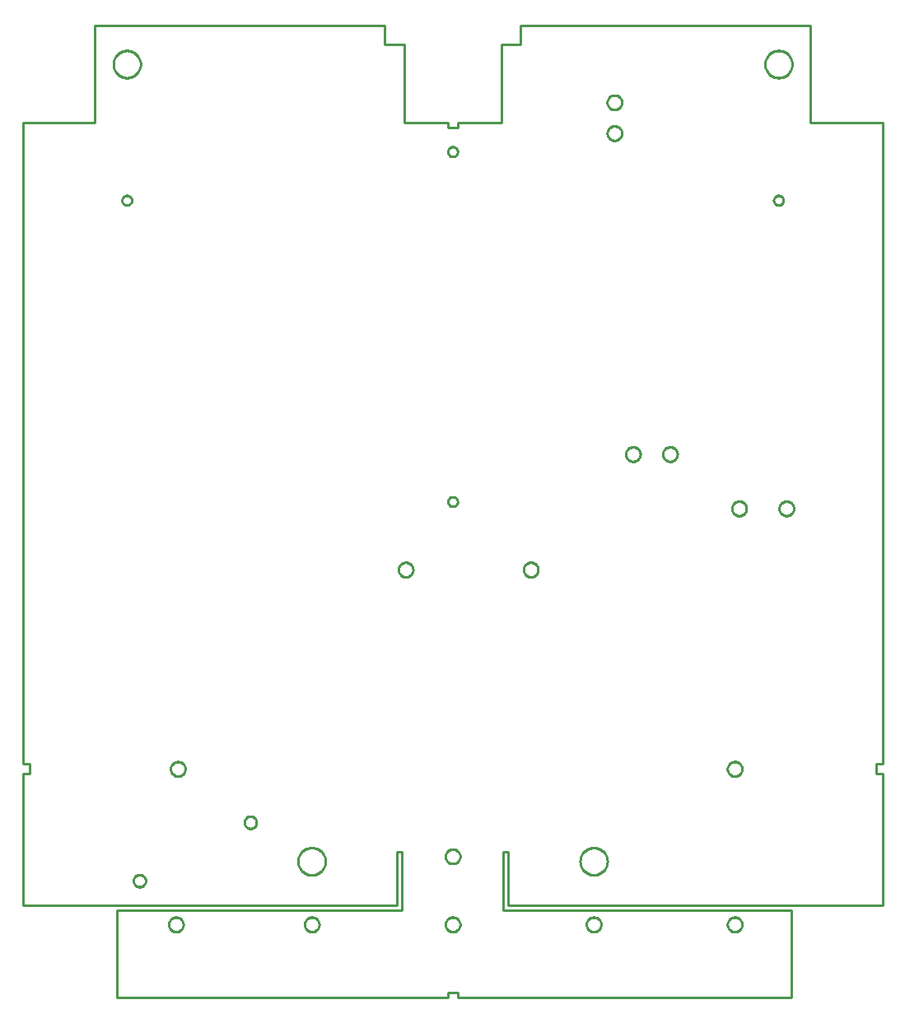
<source format=gbr>
G04 EAGLE Gerber X2 export*
%TF.Part,Single*%
%TF.FileFunction,Profile,NP*%
%TF.FilePolarity,Positive*%
%TF.GenerationSoftware,Autodesk,EAGLE,9.2.2*%
%TF.CreationDate,2019-06-08T20:54:27Z*%
G75*
%MOMM*%
%FSLAX34Y34*%
%LPD*%
%IN*%
%AMOC8*
5,1,8,0,0,1.08239X$1,22.5*%
G01*
%ADD10C,0.254000*%


D10*
X0Y95000D02*
X385000Y95000D01*
X385000Y150000D01*
X390000Y150000D01*
X390000Y90000D01*
X97000Y90000D01*
X97000Y0D01*
X437000Y0D01*
X437000Y5000D01*
X447000Y5000D01*
X447000Y0D01*
X790000Y0D01*
X790000Y90000D01*
X494000Y90000D01*
X494000Y150000D01*
X499000Y150000D01*
X499000Y95000D01*
X884000Y95000D01*
X884000Y230000D01*
X877000Y230000D01*
X877000Y240000D01*
X884000Y240000D01*
X884000Y900000D01*
X810000Y900000D01*
X810000Y1000000D01*
X512000Y1000000D01*
X512000Y980000D01*
X492000Y980000D01*
X492000Y900000D01*
X447000Y900000D01*
X447000Y895000D01*
X437000Y895000D01*
X437000Y900000D01*
X392000Y900000D01*
X392000Y980000D01*
X372000Y980000D01*
X372000Y1000000D01*
X74000Y1000000D01*
X74000Y900000D01*
X0Y900000D01*
X0Y240000D01*
X7000Y240000D01*
X7000Y230000D01*
X0Y230000D01*
X0Y95000D01*
X112000Y820281D02*
X111937Y820839D01*
X111812Y821386D01*
X111627Y821916D01*
X111383Y822422D01*
X111084Y822898D01*
X110734Y823337D01*
X110337Y823734D01*
X109898Y824084D01*
X109422Y824383D01*
X108916Y824627D01*
X108386Y824812D01*
X107839Y824937D01*
X107281Y825000D01*
X106719Y825000D01*
X106161Y824937D01*
X105614Y824812D01*
X105084Y824627D01*
X104578Y824383D01*
X104102Y824084D01*
X103663Y823734D01*
X103266Y823337D01*
X102916Y822898D01*
X102617Y822422D01*
X102373Y821916D01*
X102188Y821386D01*
X102063Y820839D01*
X102000Y820281D01*
X102000Y819719D01*
X102063Y819161D01*
X102188Y818614D01*
X102373Y818084D01*
X102617Y817578D01*
X102916Y817102D01*
X103266Y816663D01*
X103663Y816266D01*
X104102Y815916D01*
X104578Y815617D01*
X105084Y815373D01*
X105614Y815188D01*
X106161Y815063D01*
X106719Y815000D01*
X107281Y815000D01*
X107839Y815063D01*
X108386Y815188D01*
X108916Y815373D01*
X109422Y815617D01*
X109898Y815916D01*
X110337Y816266D01*
X110734Y816663D01*
X111084Y817102D01*
X111383Y817578D01*
X111627Y818084D01*
X111812Y818614D01*
X111937Y819161D01*
X112000Y819719D01*
X112000Y820281D01*
X441719Y515000D02*
X441161Y514937D01*
X440614Y514812D01*
X440084Y514627D01*
X439578Y514383D01*
X439102Y514084D01*
X438663Y513734D01*
X438266Y513337D01*
X437916Y512898D01*
X437617Y512422D01*
X437373Y511916D01*
X437188Y511386D01*
X437063Y510839D01*
X437000Y510281D01*
X437000Y509719D01*
X437063Y509161D01*
X437188Y508614D01*
X437373Y508084D01*
X437617Y507578D01*
X437916Y507102D01*
X438266Y506663D01*
X438663Y506266D01*
X439102Y505916D01*
X439578Y505617D01*
X440084Y505373D01*
X440614Y505188D01*
X441161Y505063D01*
X441719Y505000D01*
X442281Y505000D01*
X442839Y505063D01*
X443386Y505188D01*
X443916Y505373D01*
X444422Y505617D01*
X444898Y505916D01*
X445337Y506266D01*
X445734Y506663D01*
X446084Y507102D01*
X446383Y507578D01*
X446627Y508084D01*
X446812Y508614D01*
X446937Y509161D01*
X447000Y509719D01*
X447000Y510281D01*
X446937Y510839D01*
X446812Y511386D01*
X446627Y511916D01*
X446383Y512422D01*
X446084Y512898D01*
X445734Y513337D01*
X445337Y513734D01*
X444898Y514084D01*
X444422Y514383D01*
X443916Y514627D01*
X443386Y514812D01*
X442839Y514937D01*
X442281Y515000D01*
X441719Y515000D01*
X772000Y819719D02*
X772063Y819161D01*
X772188Y818614D01*
X772373Y818084D01*
X772617Y817578D01*
X772916Y817102D01*
X773266Y816663D01*
X773663Y816266D01*
X774102Y815916D01*
X774578Y815617D01*
X775084Y815373D01*
X775614Y815188D01*
X776161Y815063D01*
X776719Y815000D01*
X777281Y815000D01*
X777839Y815063D01*
X778386Y815188D01*
X778916Y815373D01*
X779422Y815617D01*
X779898Y815916D01*
X780337Y816266D01*
X780734Y816663D01*
X781084Y817102D01*
X781383Y817578D01*
X781627Y818084D01*
X781812Y818614D01*
X781937Y819161D01*
X782000Y819719D01*
X782000Y820281D01*
X781937Y820839D01*
X781812Y821386D01*
X781627Y821916D01*
X781383Y822422D01*
X781084Y822898D01*
X780734Y823337D01*
X780337Y823734D01*
X779898Y824084D01*
X779422Y824383D01*
X778916Y824627D01*
X778386Y824812D01*
X777839Y824937D01*
X777281Y825000D01*
X776719Y825000D01*
X776161Y824937D01*
X775614Y824812D01*
X775084Y824627D01*
X774578Y824383D01*
X774102Y824084D01*
X773663Y823734D01*
X773266Y823337D01*
X772916Y822898D01*
X772617Y822422D01*
X772373Y821916D01*
X772188Y821386D01*
X772063Y820839D01*
X772000Y820281D01*
X772000Y819719D01*
X442281Y865000D02*
X442839Y865063D01*
X443386Y865188D01*
X443916Y865373D01*
X444422Y865617D01*
X444898Y865916D01*
X445337Y866266D01*
X445734Y866663D01*
X446084Y867102D01*
X446383Y867578D01*
X446627Y868084D01*
X446812Y868614D01*
X446937Y869161D01*
X447000Y869719D01*
X447000Y870281D01*
X446937Y870839D01*
X446812Y871386D01*
X446627Y871916D01*
X446383Y872422D01*
X446084Y872898D01*
X445734Y873337D01*
X445337Y873734D01*
X444898Y874084D01*
X444422Y874383D01*
X443916Y874627D01*
X443386Y874812D01*
X442839Y874937D01*
X442281Y875000D01*
X441719Y875000D01*
X441161Y874937D01*
X440614Y874812D01*
X440084Y874627D01*
X439578Y874383D01*
X439102Y874084D01*
X438663Y873734D01*
X438266Y873337D01*
X437916Y872898D01*
X437617Y872422D01*
X437373Y871916D01*
X437188Y871386D01*
X437063Y870839D01*
X437000Y870281D01*
X437000Y869719D01*
X437063Y869161D01*
X437188Y868614D01*
X437373Y868084D01*
X437617Y867578D01*
X437916Y867102D01*
X438266Y866663D01*
X438663Y866266D01*
X439102Y865916D01*
X439578Y865617D01*
X440084Y865373D01*
X440614Y865188D01*
X441161Y865063D01*
X441719Y865000D01*
X442281Y865000D01*
X126250Y119649D02*
X126171Y118951D01*
X126015Y118267D01*
X125783Y117604D01*
X125479Y116972D01*
X125105Y116378D01*
X124668Y115829D01*
X124171Y115332D01*
X123622Y114895D01*
X123028Y114521D01*
X122396Y114217D01*
X121733Y113985D01*
X121049Y113829D01*
X120351Y113750D01*
X119649Y113750D01*
X118951Y113829D01*
X118267Y113985D01*
X117604Y114217D01*
X116972Y114521D01*
X116378Y114895D01*
X115829Y115332D01*
X115332Y115829D01*
X114895Y116378D01*
X114521Y116972D01*
X114217Y117604D01*
X113985Y118267D01*
X113829Y118951D01*
X113750Y119649D01*
X113750Y120351D01*
X113829Y121049D01*
X113985Y121733D01*
X114217Y122396D01*
X114521Y123028D01*
X114895Y123622D01*
X115332Y124171D01*
X115829Y124668D01*
X116378Y125105D01*
X116972Y125479D01*
X117604Y125783D01*
X118267Y126015D01*
X118951Y126171D01*
X119649Y126250D01*
X120351Y126250D01*
X121049Y126171D01*
X121733Y126015D01*
X122396Y125783D01*
X123028Y125479D01*
X123622Y125105D01*
X124171Y124668D01*
X124668Y124171D01*
X125105Y123622D01*
X125479Y123028D01*
X125783Y122396D01*
X126015Y121733D01*
X126171Y121049D01*
X126250Y120351D01*
X126250Y119649D01*
X240250Y179649D02*
X240171Y178951D01*
X240015Y178267D01*
X239783Y177604D01*
X239479Y176972D01*
X239105Y176378D01*
X238668Y175829D01*
X238171Y175332D01*
X237622Y174895D01*
X237028Y174521D01*
X236396Y174217D01*
X235733Y173985D01*
X235049Y173829D01*
X234351Y173750D01*
X233649Y173750D01*
X232951Y173829D01*
X232267Y173985D01*
X231604Y174217D01*
X230972Y174521D01*
X230378Y174895D01*
X229829Y175332D01*
X229332Y175829D01*
X228895Y176378D01*
X228521Y176972D01*
X228217Y177604D01*
X227985Y178267D01*
X227829Y178951D01*
X227750Y179649D01*
X227750Y180351D01*
X227829Y181049D01*
X227985Y181733D01*
X228217Y182396D01*
X228521Y183028D01*
X228895Y183622D01*
X229332Y184171D01*
X229829Y184668D01*
X230378Y185105D01*
X230972Y185479D01*
X231604Y185783D01*
X232267Y186015D01*
X232951Y186171D01*
X233649Y186250D01*
X234351Y186250D01*
X235049Y186171D01*
X235733Y186015D01*
X236396Y185783D01*
X237028Y185479D01*
X237622Y185105D01*
X238171Y184668D01*
X238668Y184171D01*
X239105Y183622D01*
X239479Y183028D01*
X239783Y182396D01*
X240015Y181733D01*
X240171Y181049D01*
X240250Y180351D01*
X240250Y179649D01*
X121000Y959500D02*
X120929Y958503D01*
X120786Y957513D01*
X120574Y956536D01*
X120292Y955576D01*
X119943Y954639D01*
X119527Y953729D01*
X119048Y952852D01*
X118507Y952010D01*
X117908Y951210D01*
X117253Y950454D01*
X116546Y949747D01*
X115790Y949092D01*
X114990Y948493D01*
X114148Y947952D01*
X113271Y947473D01*
X112361Y947057D01*
X111424Y946708D01*
X110465Y946426D01*
X109487Y946214D01*
X108498Y946071D01*
X107500Y946000D01*
X106500Y946000D01*
X105503Y946071D01*
X104513Y946214D01*
X103536Y946426D01*
X102576Y946708D01*
X101639Y947057D01*
X100729Y947473D01*
X99852Y947952D01*
X99010Y948493D01*
X98210Y949092D01*
X97454Y949747D01*
X96747Y950454D01*
X96092Y951210D01*
X95493Y952010D01*
X94952Y952852D01*
X94473Y953729D01*
X94057Y954639D01*
X93708Y955576D01*
X93426Y956536D01*
X93214Y957513D01*
X93071Y958503D01*
X93000Y959500D01*
X93000Y960500D01*
X93071Y961498D01*
X93214Y962487D01*
X93426Y963465D01*
X93708Y964424D01*
X94057Y965361D01*
X94473Y966271D01*
X94952Y967148D01*
X95493Y967990D01*
X96092Y968790D01*
X96747Y969546D01*
X97454Y970253D01*
X98210Y970908D01*
X99010Y971507D01*
X99852Y972048D01*
X100729Y972527D01*
X101639Y972943D01*
X102576Y973292D01*
X103536Y973574D01*
X104513Y973786D01*
X105503Y973929D01*
X106500Y974000D01*
X107500Y974000D01*
X108498Y973929D01*
X109487Y973786D01*
X110465Y973574D01*
X111424Y973292D01*
X112361Y972943D01*
X113271Y972527D01*
X114148Y972048D01*
X114990Y971507D01*
X115790Y970908D01*
X116546Y970253D01*
X117253Y969546D01*
X117908Y968790D01*
X118507Y967990D01*
X119048Y967148D01*
X119527Y966271D01*
X119943Y965361D01*
X120292Y964424D01*
X120574Y963465D01*
X120786Y962487D01*
X120929Y961498D01*
X121000Y960500D01*
X121000Y959500D01*
X791000Y959500D02*
X790929Y958503D01*
X790786Y957513D01*
X790574Y956536D01*
X790292Y955576D01*
X789943Y954639D01*
X789527Y953729D01*
X789048Y952852D01*
X788507Y952010D01*
X787908Y951210D01*
X787253Y950454D01*
X786546Y949747D01*
X785790Y949092D01*
X784990Y948493D01*
X784148Y947952D01*
X783271Y947473D01*
X782361Y947057D01*
X781424Y946708D01*
X780465Y946426D01*
X779487Y946214D01*
X778498Y946071D01*
X777500Y946000D01*
X776500Y946000D01*
X775503Y946071D01*
X774513Y946214D01*
X773536Y946426D01*
X772576Y946708D01*
X771639Y947057D01*
X770729Y947473D01*
X769852Y947952D01*
X769010Y948493D01*
X768210Y949092D01*
X767454Y949747D01*
X766747Y950454D01*
X766092Y951210D01*
X765493Y952010D01*
X764952Y952852D01*
X764473Y953729D01*
X764057Y954639D01*
X763708Y955576D01*
X763426Y956536D01*
X763214Y957513D01*
X763071Y958503D01*
X763000Y959500D01*
X763000Y960500D01*
X763071Y961498D01*
X763214Y962487D01*
X763426Y963465D01*
X763708Y964424D01*
X764057Y965361D01*
X764473Y966271D01*
X764952Y967148D01*
X765493Y967990D01*
X766092Y968790D01*
X766747Y969546D01*
X767454Y970253D01*
X768210Y970908D01*
X769010Y971507D01*
X769852Y972048D01*
X770729Y972527D01*
X771639Y972943D01*
X772576Y973292D01*
X773536Y973574D01*
X774513Y973786D01*
X775503Y973929D01*
X776500Y974000D01*
X777500Y974000D01*
X778498Y973929D01*
X779487Y973786D01*
X780465Y973574D01*
X781424Y973292D01*
X782361Y972943D01*
X783271Y972527D01*
X784148Y972048D01*
X784990Y971507D01*
X785790Y970908D01*
X786546Y970253D01*
X787253Y969546D01*
X787908Y968790D01*
X788507Y967990D01*
X789048Y967148D01*
X789527Y966271D01*
X789943Y965361D01*
X790292Y964424D01*
X790574Y963465D01*
X790786Y962487D01*
X790929Y961498D01*
X791000Y960500D01*
X791000Y959500D01*
X311000Y139500D02*
X310929Y138503D01*
X310786Y137513D01*
X310574Y136536D01*
X310292Y135576D01*
X309943Y134639D01*
X309527Y133729D01*
X309048Y132852D01*
X308507Y132010D01*
X307908Y131210D01*
X307253Y130454D01*
X306546Y129747D01*
X305790Y129092D01*
X304990Y128493D01*
X304148Y127952D01*
X303271Y127473D01*
X302361Y127057D01*
X301424Y126708D01*
X300465Y126426D01*
X299487Y126214D01*
X298498Y126071D01*
X297500Y126000D01*
X296500Y126000D01*
X295503Y126071D01*
X294513Y126214D01*
X293536Y126426D01*
X292576Y126708D01*
X291639Y127057D01*
X290729Y127473D01*
X289852Y127952D01*
X289010Y128493D01*
X288210Y129092D01*
X287454Y129747D01*
X286747Y130454D01*
X286092Y131210D01*
X285493Y132010D01*
X284952Y132852D01*
X284473Y133729D01*
X284057Y134639D01*
X283708Y135576D01*
X283426Y136536D01*
X283214Y137513D01*
X283071Y138503D01*
X283000Y139500D01*
X283000Y140500D01*
X283071Y141498D01*
X283214Y142487D01*
X283426Y143465D01*
X283708Y144424D01*
X284057Y145361D01*
X284473Y146271D01*
X284952Y147148D01*
X285493Y147990D01*
X286092Y148790D01*
X286747Y149546D01*
X287454Y150253D01*
X288210Y150908D01*
X289010Y151507D01*
X289852Y152048D01*
X290729Y152527D01*
X291639Y152943D01*
X292576Y153292D01*
X293536Y153574D01*
X294513Y153786D01*
X295503Y153929D01*
X296500Y154000D01*
X297500Y154000D01*
X298498Y153929D01*
X299487Y153786D01*
X300465Y153574D01*
X301424Y153292D01*
X302361Y152943D01*
X303271Y152527D01*
X304148Y152048D01*
X304990Y151507D01*
X305790Y150908D01*
X306546Y150253D01*
X307253Y149546D01*
X307908Y148790D01*
X308507Y147990D01*
X309048Y147148D01*
X309527Y146271D01*
X309943Y145361D01*
X310292Y144424D01*
X310574Y143465D01*
X310786Y142487D01*
X310929Y141498D01*
X311000Y140500D01*
X311000Y139500D01*
X601000Y139500D02*
X600929Y138503D01*
X600786Y137513D01*
X600574Y136536D01*
X600292Y135576D01*
X599943Y134639D01*
X599527Y133729D01*
X599048Y132852D01*
X598507Y132010D01*
X597908Y131210D01*
X597253Y130454D01*
X596546Y129747D01*
X595790Y129092D01*
X594990Y128493D01*
X594148Y127952D01*
X593271Y127473D01*
X592361Y127057D01*
X591424Y126708D01*
X590465Y126426D01*
X589487Y126214D01*
X588498Y126071D01*
X587500Y126000D01*
X586500Y126000D01*
X585503Y126071D01*
X584513Y126214D01*
X583536Y126426D01*
X582576Y126708D01*
X581639Y127057D01*
X580729Y127473D01*
X579852Y127952D01*
X579010Y128493D01*
X578210Y129092D01*
X577454Y129747D01*
X576747Y130454D01*
X576092Y131210D01*
X575493Y132010D01*
X574952Y132852D01*
X574473Y133729D01*
X574057Y134639D01*
X573708Y135576D01*
X573426Y136536D01*
X573214Y137513D01*
X573071Y138503D01*
X573000Y139500D01*
X573000Y140500D01*
X573071Y141498D01*
X573214Y142487D01*
X573426Y143465D01*
X573708Y144424D01*
X574057Y145361D01*
X574473Y146271D01*
X574952Y147148D01*
X575493Y147990D01*
X576092Y148790D01*
X576747Y149546D01*
X577454Y150253D01*
X578210Y150908D01*
X579010Y151507D01*
X579852Y152048D01*
X580729Y152527D01*
X581639Y152943D01*
X582576Y153292D01*
X583536Y153574D01*
X584513Y153786D01*
X585503Y153929D01*
X586500Y154000D01*
X587500Y154000D01*
X588498Y153929D01*
X589487Y153786D01*
X590465Y153574D01*
X591424Y153292D01*
X592361Y152943D01*
X593271Y152527D01*
X594148Y152048D01*
X594990Y151507D01*
X595790Y150908D01*
X596546Y150253D01*
X597253Y149546D01*
X597908Y148790D01*
X598507Y147990D01*
X599048Y147148D01*
X599527Y146271D01*
X599943Y145361D01*
X600292Y144424D01*
X600574Y143465D01*
X600786Y142487D01*
X600929Y141498D01*
X601000Y140500D01*
X601000Y139500D01*
X615850Y888632D02*
X615778Y887898D01*
X615634Y887175D01*
X615420Y886470D01*
X615138Y885789D01*
X614791Y885140D01*
X614381Y884527D01*
X613914Y883957D01*
X613393Y883436D01*
X612823Y882969D01*
X612210Y882559D01*
X611561Y882212D01*
X610880Y881930D01*
X610175Y881716D01*
X609452Y881572D01*
X608718Y881500D01*
X607982Y881500D01*
X607248Y881572D01*
X606525Y881716D01*
X605820Y881930D01*
X605139Y882212D01*
X604490Y882559D01*
X603877Y882969D01*
X603307Y883436D01*
X602786Y883957D01*
X602319Y884527D01*
X601909Y885140D01*
X601562Y885789D01*
X601280Y886470D01*
X601066Y887175D01*
X600922Y887898D01*
X600850Y888632D01*
X600850Y889368D01*
X600922Y890102D01*
X601066Y890825D01*
X601280Y891530D01*
X601562Y892211D01*
X601909Y892860D01*
X602319Y893473D01*
X602786Y894043D01*
X603307Y894564D01*
X603877Y895031D01*
X604490Y895441D01*
X605139Y895788D01*
X605820Y896070D01*
X606525Y896284D01*
X607248Y896428D01*
X607982Y896500D01*
X608718Y896500D01*
X609452Y896428D01*
X610175Y896284D01*
X610880Y896070D01*
X611561Y895788D01*
X612210Y895441D01*
X612823Y895031D01*
X613393Y894564D01*
X613914Y894043D01*
X614381Y893473D01*
X614791Y892860D01*
X615138Y892211D01*
X615420Y891530D01*
X615634Y890825D01*
X615778Y890102D01*
X615850Y889368D01*
X615850Y888632D01*
X615850Y920382D02*
X615778Y919648D01*
X615634Y918925D01*
X615420Y918220D01*
X615138Y917539D01*
X614791Y916890D01*
X614381Y916277D01*
X613914Y915707D01*
X613393Y915186D01*
X612823Y914719D01*
X612210Y914309D01*
X611561Y913962D01*
X610880Y913680D01*
X610175Y913466D01*
X609452Y913322D01*
X608718Y913250D01*
X607982Y913250D01*
X607248Y913322D01*
X606525Y913466D01*
X605820Y913680D01*
X605139Y913962D01*
X604490Y914309D01*
X603877Y914719D01*
X603307Y915186D01*
X602786Y915707D01*
X602319Y916277D01*
X601909Y916890D01*
X601562Y917539D01*
X601280Y918220D01*
X601066Y918925D01*
X600922Y919648D01*
X600850Y920382D01*
X600850Y921118D01*
X600922Y921852D01*
X601066Y922575D01*
X601280Y923280D01*
X601562Y923961D01*
X601909Y924610D01*
X602319Y925223D01*
X602786Y925793D01*
X603307Y926314D01*
X603877Y926781D01*
X604490Y927191D01*
X605139Y927538D01*
X605820Y927820D01*
X606525Y928034D01*
X607248Y928178D01*
X607982Y928250D01*
X608718Y928250D01*
X609452Y928178D01*
X610175Y928034D01*
X610880Y927820D01*
X611561Y927538D01*
X612210Y927191D01*
X612823Y926781D01*
X613393Y926314D01*
X613914Y925793D01*
X614381Y925223D01*
X614791Y924610D01*
X615138Y923961D01*
X615420Y923280D01*
X615634Y922575D01*
X615778Y921852D01*
X615850Y921118D01*
X615850Y920382D01*
X634900Y558432D02*
X634828Y557698D01*
X634684Y556975D01*
X634470Y556270D01*
X634188Y555589D01*
X633841Y554940D01*
X633431Y554327D01*
X632964Y553757D01*
X632443Y553236D01*
X631873Y552769D01*
X631260Y552359D01*
X630611Y552012D01*
X629930Y551730D01*
X629225Y551516D01*
X628502Y551372D01*
X627768Y551300D01*
X627032Y551300D01*
X626298Y551372D01*
X625575Y551516D01*
X624870Y551730D01*
X624189Y552012D01*
X623540Y552359D01*
X622927Y552769D01*
X622357Y553236D01*
X621836Y553757D01*
X621369Y554327D01*
X620959Y554940D01*
X620612Y555589D01*
X620330Y556270D01*
X620116Y556975D01*
X619972Y557698D01*
X619900Y558432D01*
X619900Y559168D01*
X619972Y559902D01*
X620116Y560625D01*
X620330Y561330D01*
X620612Y562011D01*
X620959Y562660D01*
X621369Y563273D01*
X621836Y563843D01*
X622357Y564364D01*
X622927Y564831D01*
X623540Y565241D01*
X624189Y565588D01*
X624870Y565870D01*
X625575Y566084D01*
X626298Y566228D01*
X627032Y566300D01*
X627768Y566300D01*
X628502Y566228D01*
X629225Y566084D01*
X629930Y565870D01*
X630611Y565588D01*
X631260Y565241D01*
X631873Y564831D01*
X632443Y564364D01*
X632964Y563843D01*
X633431Y563273D01*
X633841Y562660D01*
X634188Y562011D01*
X634470Y561330D01*
X634684Y560625D01*
X634828Y559902D01*
X634900Y559168D01*
X634900Y558432D01*
X673000Y558432D02*
X672928Y557698D01*
X672784Y556975D01*
X672570Y556270D01*
X672288Y555589D01*
X671941Y554940D01*
X671531Y554327D01*
X671064Y553757D01*
X670543Y553236D01*
X669973Y552769D01*
X669360Y552359D01*
X668711Y552012D01*
X668030Y551730D01*
X667325Y551516D01*
X666602Y551372D01*
X665868Y551300D01*
X665132Y551300D01*
X664398Y551372D01*
X663675Y551516D01*
X662970Y551730D01*
X662289Y552012D01*
X661640Y552359D01*
X661027Y552769D01*
X660457Y553236D01*
X659936Y553757D01*
X659469Y554327D01*
X659059Y554940D01*
X658712Y555589D01*
X658430Y556270D01*
X658216Y556975D01*
X658072Y557698D01*
X658000Y558432D01*
X658000Y559168D01*
X658072Y559902D01*
X658216Y560625D01*
X658430Y561330D01*
X658712Y562011D01*
X659059Y562660D01*
X659469Y563273D01*
X659936Y563843D01*
X660457Y564364D01*
X661027Y564831D01*
X661640Y565241D01*
X662289Y565588D01*
X662970Y565870D01*
X663675Y566084D01*
X664398Y566228D01*
X665132Y566300D01*
X665868Y566300D01*
X666602Y566228D01*
X667325Y566084D01*
X668030Y565870D01*
X668711Y565588D01*
X669360Y565241D01*
X669973Y564831D01*
X670543Y564364D01*
X671064Y563843D01*
X671531Y563273D01*
X671941Y562660D01*
X672288Y562011D01*
X672570Y561330D01*
X672784Y560625D01*
X672928Y559902D01*
X673000Y559168D01*
X673000Y558432D01*
X792683Y502567D02*
X792610Y501834D01*
X792467Y501111D01*
X792253Y500406D01*
X791971Y499725D01*
X791623Y499075D01*
X791214Y498463D01*
X790746Y497893D01*
X790225Y497372D01*
X789656Y496905D01*
X789043Y496495D01*
X788393Y496148D01*
X787712Y495866D01*
X787007Y495652D01*
X786284Y495508D01*
X785551Y495436D01*
X784814Y495436D01*
X784081Y495508D01*
X783358Y495652D01*
X782653Y495866D01*
X781972Y496148D01*
X781322Y496495D01*
X780710Y496905D01*
X780140Y497372D01*
X779619Y497893D01*
X779151Y498463D01*
X778742Y499075D01*
X778395Y499725D01*
X778113Y500406D01*
X777899Y501111D01*
X777755Y501834D01*
X777683Y502567D01*
X777683Y503304D01*
X777755Y504038D01*
X777899Y504760D01*
X778113Y505466D01*
X778395Y506146D01*
X778742Y506796D01*
X779151Y507409D01*
X779619Y507979D01*
X780140Y508500D01*
X780710Y508967D01*
X781322Y509377D01*
X781972Y509724D01*
X782653Y510006D01*
X783358Y510220D01*
X784081Y510364D01*
X784814Y510436D01*
X785551Y510436D01*
X786284Y510364D01*
X787007Y510220D01*
X787712Y510006D01*
X788393Y509724D01*
X789043Y509377D01*
X789656Y508967D01*
X790225Y508500D01*
X790746Y507979D01*
X791214Y507409D01*
X791623Y506796D01*
X791971Y506146D01*
X792253Y505466D01*
X792467Y504760D01*
X792610Y504038D01*
X792683Y503304D01*
X792683Y502567D01*
X744012Y502567D02*
X743940Y501834D01*
X743796Y501111D01*
X743582Y500406D01*
X743300Y499725D01*
X742953Y499075D01*
X742544Y498463D01*
X742076Y497893D01*
X741555Y497372D01*
X740986Y496905D01*
X740373Y496495D01*
X739723Y496148D01*
X739042Y495866D01*
X738337Y495652D01*
X737614Y495508D01*
X736881Y495436D01*
X736144Y495436D01*
X735411Y495508D01*
X734688Y495652D01*
X733983Y495866D01*
X733302Y496148D01*
X732652Y496495D01*
X732039Y496905D01*
X731470Y497372D01*
X730949Y497893D01*
X730481Y498463D01*
X730072Y499075D01*
X729724Y499725D01*
X729442Y500406D01*
X729228Y501111D01*
X729085Y501834D01*
X729012Y502567D01*
X729012Y503304D01*
X729085Y504038D01*
X729228Y504760D01*
X729442Y505466D01*
X729724Y506146D01*
X730072Y506796D01*
X730481Y507409D01*
X730949Y507979D01*
X731470Y508500D01*
X732039Y508967D01*
X732652Y509377D01*
X733302Y509724D01*
X733983Y510006D01*
X734688Y510220D01*
X735411Y510364D01*
X736144Y510436D01*
X736881Y510436D01*
X737614Y510364D01*
X738337Y510220D01*
X739042Y510006D01*
X739723Y509724D01*
X740373Y509377D01*
X740986Y508967D01*
X741555Y508500D01*
X742076Y507979D01*
X742544Y507409D01*
X742953Y506796D01*
X743300Y506146D01*
X743582Y505466D01*
X743796Y504760D01*
X743940Y504038D01*
X744012Y503304D01*
X744012Y502567D01*
X401196Y439633D02*
X401124Y438900D01*
X400980Y438177D01*
X400766Y437472D01*
X400484Y436791D01*
X400136Y436141D01*
X399727Y435529D01*
X399260Y434959D01*
X398739Y434438D01*
X398169Y433970D01*
X397556Y433561D01*
X396906Y433214D01*
X396225Y432932D01*
X395520Y432718D01*
X394798Y432574D01*
X394064Y432502D01*
X393327Y432502D01*
X392594Y432574D01*
X391871Y432718D01*
X391166Y432932D01*
X390485Y433214D01*
X389835Y433561D01*
X389223Y433970D01*
X388653Y434438D01*
X388132Y434959D01*
X387664Y435529D01*
X387255Y436141D01*
X386908Y436791D01*
X386626Y437472D01*
X386412Y438177D01*
X386268Y438900D01*
X386196Y439633D01*
X386196Y440370D01*
X386268Y441104D01*
X386412Y441826D01*
X386626Y442531D01*
X386908Y443212D01*
X387255Y443862D01*
X387664Y444475D01*
X388132Y445045D01*
X388653Y445566D01*
X389223Y446033D01*
X389835Y446442D01*
X390485Y446790D01*
X391166Y447072D01*
X391871Y447286D01*
X392594Y447430D01*
X393327Y447502D01*
X394064Y447502D01*
X394798Y447430D01*
X395520Y447286D01*
X396225Y447072D01*
X396906Y446790D01*
X397556Y446442D01*
X398169Y446033D01*
X398739Y445566D01*
X399260Y445045D01*
X399727Y444475D01*
X400136Y443862D01*
X400484Y443212D01*
X400766Y442531D01*
X400980Y441826D01*
X401124Y441104D01*
X401196Y440370D01*
X401196Y439633D01*
X529815Y439633D02*
X529743Y438900D01*
X529599Y438177D01*
X529385Y437472D01*
X529103Y436791D01*
X528756Y436141D01*
X528346Y435529D01*
X527879Y434959D01*
X527358Y434438D01*
X526788Y433970D01*
X526175Y433561D01*
X525525Y433214D01*
X524845Y432932D01*
X524139Y432718D01*
X523417Y432574D01*
X522683Y432502D01*
X521946Y432502D01*
X521213Y432574D01*
X520490Y432718D01*
X519785Y432932D01*
X519104Y433214D01*
X518455Y433561D01*
X517842Y433970D01*
X517272Y434438D01*
X516751Y434959D01*
X516284Y435529D01*
X515874Y436141D01*
X515527Y436791D01*
X515245Y437472D01*
X515031Y438177D01*
X514887Y438900D01*
X514815Y439633D01*
X514815Y440370D01*
X514887Y441104D01*
X515031Y441826D01*
X515245Y442531D01*
X515527Y443212D01*
X515874Y443862D01*
X516284Y444475D01*
X516751Y445045D01*
X517272Y445566D01*
X517842Y446033D01*
X518455Y446442D01*
X519104Y446790D01*
X519785Y447072D01*
X520490Y447286D01*
X521213Y447430D01*
X521946Y447502D01*
X522683Y447502D01*
X523417Y447430D01*
X524139Y447286D01*
X524845Y447072D01*
X525525Y446790D01*
X526175Y446442D01*
X526788Y446033D01*
X527358Y445566D01*
X527879Y445045D01*
X528346Y444475D01*
X528756Y443862D01*
X529103Y443212D01*
X529385Y442531D01*
X529599Y441826D01*
X529743Y441104D01*
X529815Y440370D01*
X529815Y439633D01*
X165000Y74632D02*
X164928Y73898D01*
X164784Y73175D01*
X164570Y72470D01*
X164288Y71789D01*
X163941Y71140D01*
X163531Y70527D01*
X163064Y69957D01*
X162543Y69436D01*
X161973Y68969D01*
X161360Y68559D01*
X160711Y68212D01*
X160030Y67930D01*
X159325Y67716D01*
X158602Y67572D01*
X157868Y67500D01*
X157132Y67500D01*
X156398Y67572D01*
X155675Y67716D01*
X154970Y67930D01*
X154289Y68212D01*
X153640Y68559D01*
X153027Y68969D01*
X152457Y69436D01*
X151936Y69957D01*
X151469Y70527D01*
X151059Y71140D01*
X150712Y71789D01*
X150430Y72470D01*
X150216Y73175D01*
X150072Y73898D01*
X150000Y74632D01*
X150000Y75368D01*
X150072Y76102D01*
X150216Y76825D01*
X150430Y77530D01*
X150712Y78211D01*
X151059Y78860D01*
X151469Y79473D01*
X151936Y80043D01*
X152457Y80564D01*
X153027Y81031D01*
X153640Y81441D01*
X154289Y81788D01*
X154970Y82070D01*
X155675Y82284D01*
X156398Y82428D01*
X157132Y82500D01*
X157868Y82500D01*
X158602Y82428D01*
X159325Y82284D01*
X160030Y82070D01*
X160711Y81788D01*
X161360Y81441D01*
X161973Y81031D01*
X162543Y80564D01*
X163064Y80043D01*
X163531Y79473D01*
X163941Y78860D01*
X164288Y78211D01*
X164570Y77530D01*
X164784Y76825D01*
X164928Y76102D01*
X165000Y75368D01*
X165000Y74632D01*
X304700Y74632D02*
X304628Y73898D01*
X304484Y73175D01*
X304270Y72470D01*
X303988Y71789D01*
X303641Y71140D01*
X303231Y70527D01*
X302764Y69957D01*
X302243Y69436D01*
X301673Y68969D01*
X301060Y68559D01*
X300411Y68212D01*
X299730Y67930D01*
X299025Y67716D01*
X298302Y67572D01*
X297568Y67500D01*
X296832Y67500D01*
X296098Y67572D01*
X295375Y67716D01*
X294670Y67930D01*
X293989Y68212D01*
X293340Y68559D01*
X292727Y68969D01*
X292157Y69436D01*
X291636Y69957D01*
X291169Y70527D01*
X290759Y71140D01*
X290412Y71789D01*
X290130Y72470D01*
X289916Y73175D01*
X289772Y73898D01*
X289700Y74632D01*
X289700Y75368D01*
X289772Y76102D01*
X289916Y76825D01*
X290130Y77530D01*
X290412Y78211D01*
X290759Y78860D01*
X291169Y79473D01*
X291636Y80043D01*
X292157Y80564D01*
X292727Y81031D01*
X293340Y81441D01*
X293989Y81788D01*
X294670Y82070D01*
X295375Y82284D01*
X296098Y82428D01*
X296832Y82500D01*
X297568Y82500D01*
X298302Y82428D01*
X299025Y82284D01*
X299730Y82070D01*
X300411Y81788D01*
X301060Y81441D01*
X301673Y81031D01*
X302243Y80564D01*
X302764Y80043D01*
X303231Y79473D01*
X303641Y78860D01*
X303988Y78211D01*
X304270Y77530D01*
X304484Y76825D01*
X304628Y76102D01*
X304700Y75368D01*
X304700Y74632D01*
X594500Y74632D02*
X594428Y73898D01*
X594284Y73175D01*
X594070Y72470D01*
X593788Y71789D01*
X593441Y71140D01*
X593031Y70527D01*
X592564Y69957D01*
X592043Y69436D01*
X591473Y68969D01*
X590860Y68559D01*
X590211Y68212D01*
X589530Y67930D01*
X588825Y67716D01*
X588102Y67572D01*
X587368Y67500D01*
X586632Y67500D01*
X585898Y67572D01*
X585175Y67716D01*
X584470Y67930D01*
X583789Y68212D01*
X583140Y68559D01*
X582527Y68969D01*
X581957Y69436D01*
X581436Y69957D01*
X580969Y70527D01*
X580559Y71140D01*
X580212Y71789D01*
X579930Y72470D01*
X579716Y73175D01*
X579572Y73898D01*
X579500Y74632D01*
X579500Y75368D01*
X579572Y76102D01*
X579716Y76825D01*
X579930Y77530D01*
X580212Y78211D01*
X580559Y78860D01*
X580969Y79473D01*
X581436Y80043D01*
X581957Y80564D01*
X582527Y81031D01*
X583140Y81441D01*
X583789Y81788D01*
X584470Y82070D01*
X585175Y82284D01*
X585898Y82428D01*
X586632Y82500D01*
X587368Y82500D01*
X588102Y82428D01*
X588825Y82284D01*
X589530Y82070D01*
X590211Y81788D01*
X590860Y81441D01*
X591473Y81031D01*
X592043Y80564D01*
X592564Y80043D01*
X593031Y79473D01*
X593441Y78860D01*
X593788Y78211D01*
X594070Y77530D01*
X594284Y76825D01*
X594428Y76102D01*
X594500Y75368D01*
X594500Y74632D01*
X739500Y74632D02*
X739428Y73898D01*
X739284Y73175D01*
X739070Y72470D01*
X738788Y71789D01*
X738441Y71140D01*
X738031Y70527D01*
X737564Y69957D01*
X737043Y69436D01*
X736473Y68969D01*
X735860Y68559D01*
X735211Y68212D01*
X734530Y67930D01*
X733825Y67716D01*
X733102Y67572D01*
X732368Y67500D01*
X731632Y67500D01*
X730898Y67572D01*
X730175Y67716D01*
X729470Y67930D01*
X728789Y68212D01*
X728140Y68559D01*
X727527Y68969D01*
X726957Y69436D01*
X726436Y69957D01*
X725969Y70527D01*
X725559Y71140D01*
X725212Y71789D01*
X724930Y72470D01*
X724716Y73175D01*
X724572Y73898D01*
X724500Y74632D01*
X724500Y75368D01*
X724572Y76102D01*
X724716Y76825D01*
X724930Y77530D01*
X725212Y78211D01*
X725559Y78860D01*
X725969Y79473D01*
X726436Y80043D01*
X726957Y80564D01*
X727527Y81031D01*
X728140Y81441D01*
X728789Y81788D01*
X729470Y82070D01*
X730175Y82284D01*
X730898Y82428D01*
X731632Y82500D01*
X732368Y82500D01*
X733102Y82428D01*
X733825Y82284D01*
X734530Y82070D01*
X735211Y81788D01*
X735860Y81441D01*
X736473Y81031D01*
X737043Y80564D01*
X737564Y80043D01*
X738031Y79473D01*
X738441Y78860D01*
X738788Y78211D01*
X739070Y77530D01*
X739284Y76825D01*
X739428Y76102D01*
X739500Y75368D01*
X739500Y74632D01*
X167011Y234632D02*
X166939Y233898D01*
X166795Y233175D01*
X166581Y232470D01*
X166299Y231789D01*
X165951Y231140D01*
X165542Y230527D01*
X165075Y229957D01*
X164554Y229436D01*
X163984Y228969D01*
X163371Y228559D01*
X162721Y228212D01*
X162040Y227930D01*
X161335Y227716D01*
X160613Y227572D01*
X159879Y227500D01*
X159142Y227500D01*
X158409Y227572D01*
X157686Y227716D01*
X156981Y227930D01*
X156300Y228212D01*
X155650Y228559D01*
X155038Y228969D01*
X154468Y229436D01*
X153947Y229957D01*
X153479Y230527D01*
X153070Y231140D01*
X152723Y231789D01*
X152441Y232470D01*
X152227Y233175D01*
X152083Y233898D01*
X152011Y234632D01*
X152011Y235368D01*
X152083Y236102D01*
X152227Y236825D01*
X152441Y237530D01*
X152723Y238211D01*
X153070Y238860D01*
X153479Y239473D01*
X153947Y240043D01*
X154468Y240564D01*
X155038Y241031D01*
X155650Y241441D01*
X156300Y241788D01*
X156981Y242070D01*
X157686Y242284D01*
X158409Y242428D01*
X159142Y242500D01*
X159879Y242500D01*
X160613Y242428D01*
X161335Y242284D01*
X162040Y242070D01*
X162721Y241788D01*
X163371Y241441D01*
X163984Y241031D01*
X164554Y240564D01*
X165075Y240043D01*
X165542Y239473D01*
X165951Y238860D01*
X166299Y238211D01*
X166581Y237530D01*
X166795Y236825D01*
X166939Y236102D01*
X167011Y235368D01*
X167011Y234632D01*
X739500Y234632D02*
X739428Y233898D01*
X739284Y233175D01*
X739070Y232470D01*
X738788Y231789D01*
X738441Y231140D01*
X738031Y230527D01*
X737564Y229957D01*
X737043Y229436D01*
X736473Y228969D01*
X735860Y228559D01*
X735211Y228212D01*
X734530Y227930D01*
X733825Y227716D01*
X733102Y227572D01*
X732368Y227500D01*
X731632Y227500D01*
X730898Y227572D01*
X730175Y227716D01*
X729470Y227930D01*
X728789Y228212D01*
X728140Y228559D01*
X727527Y228969D01*
X726957Y229436D01*
X726436Y229957D01*
X725969Y230527D01*
X725559Y231140D01*
X725212Y231789D01*
X724930Y232470D01*
X724716Y233175D01*
X724572Y233898D01*
X724500Y234632D01*
X724500Y235368D01*
X724572Y236102D01*
X724716Y236825D01*
X724930Y237530D01*
X725212Y238211D01*
X725559Y238860D01*
X725969Y239473D01*
X726436Y240043D01*
X726957Y240564D01*
X727527Y241031D01*
X728140Y241441D01*
X728789Y241788D01*
X729470Y242070D01*
X730175Y242284D01*
X730898Y242428D01*
X731632Y242500D01*
X732368Y242500D01*
X733102Y242428D01*
X733825Y242284D01*
X734530Y242070D01*
X735211Y241788D01*
X735860Y241441D01*
X736473Y241031D01*
X737043Y240564D01*
X737564Y240043D01*
X738031Y239473D01*
X738441Y238860D01*
X738788Y238211D01*
X739070Y237530D01*
X739284Y236825D01*
X739428Y236102D01*
X739500Y235368D01*
X739500Y234632D01*
X449500Y74632D02*
X449428Y73898D01*
X449284Y73175D01*
X449070Y72470D01*
X448788Y71789D01*
X448441Y71140D01*
X448031Y70527D01*
X447564Y69957D01*
X447043Y69436D01*
X446473Y68969D01*
X445860Y68559D01*
X445211Y68212D01*
X444530Y67930D01*
X443825Y67716D01*
X443102Y67572D01*
X442368Y67500D01*
X441632Y67500D01*
X440898Y67572D01*
X440175Y67716D01*
X439470Y67930D01*
X438789Y68212D01*
X438140Y68559D01*
X437527Y68969D01*
X436957Y69436D01*
X436436Y69957D01*
X435969Y70527D01*
X435559Y71140D01*
X435212Y71789D01*
X434930Y72470D01*
X434716Y73175D01*
X434572Y73898D01*
X434500Y74632D01*
X434500Y75368D01*
X434572Y76102D01*
X434716Y76825D01*
X434930Y77530D01*
X435212Y78211D01*
X435559Y78860D01*
X435969Y79473D01*
X436436Y80043D01*
X436957Y80564D01*
X437527Y81031D01*
X438140Y81441D01*
X438789Y81788D01*
X439470Y82070D01*
X440175Y82284D01*
X440898Y82428D01*
X441632Y82500D01*
X442368Y82500D01*
X443102Y82428D01*
X443825Y82284D01*
X444530Y82070D01*
X445211Y81788D01*
X445860Y81441D01*
X446473Y81031D01*
X447043Y80564D01*
X447564Y80043D01*
X448031Y79473D01*
X448441Y78860D01*
X448788Y78211D01*
X449070Y77530D01*
X449284Y76825D01*
X449428Y76102D01*
X449500Y75368D01*
X449500Y74632D01*
X449500Y144632D02*
X449428Y143898D01*
X449284Y143175D01*
X449070Y142470D01*
X448788Y141789D01*
X448441Y141140D01*
X448031Y140527D01*
X447564Y139957D01*
X447043Y139436D01*
X446473Y138969D01*
X445860Y138559D01*
X445211Y138212D01*
X444530Y137930D01*
X443825Y137716D01*
X443102Y137572D01*
X442368Y137500D01*
X441632Y137500D01*
X440898Y137572D01*
X440175Y137716D01*
X439470Y137930D01*
X438789Y138212D01*
X438140Y138559D01*
X437527Y138969D01*
X436957Y139436D01*
X436436Y139957D01*
X435969Y140527D01*
X435559Y141140D01*
X435212Y141789D01*
X434930Y142470D01*
X434716Y143175D01*
X434572Y143898D01*
X434500Y144632D01*
X434500Y145368D01*
X434572Y146102D01*
X434716Y146825D01*
X434930Y147530D01*
X435212Y148211D01*
X435559Y148860D01*
X435969Y149473D01*
X436436Y150043D01*
X436957Y150564D01*
X437527Y151031D01*
X438140Y151441D01*
X438789Y151788D01*
X439470Y152070D01*
X440175Y152284D01*
X440898Y152428D01*
X441632Y152500D01*
X442368Y152500D01*
X443102Y152428D01*
X443825Y152284D01*
X444530Y152070D01*
X445211Y151788D01*
X445860Y151441D01*
X446473Y151031D01*
X447043Y150564D01*
X447564Y150043D01*
X448031Y149473D01*
X448441Y148860D01*
X448788Y148211D01*
X449070Y147530D01*
X449284Y146825D01*
X449428Y146102D01*
X449500Y145368D01*
X449500Y144632D01*
M02*

</source>
